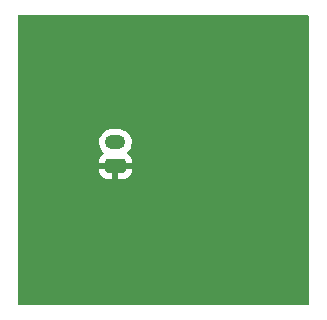
<source format=gbl>
G04 #@! TF.GenerationSoftware,KiCad,Pcbnew,7.0.9-7.0.9~ubuntu23.04.1*
G04 #@! TF.CreationDate,2024-01-10T16:35:43+00:00*
G04 #@! TF.ProjectId,test_project,74657374-5f70-4726-9f6a-6563742e6b69,rev?*
G04 #@! TF.SameCoordinates,Original*
G04 #@! TF.FileFunction,Copper,L4,Bot*
G04 #@! TF.FilePolarity,Positive*
%FSLAX46Y46*%
G04 Gerber Fmt 4.6, Leading zero omitted, Abs format (unit mm)*
G04 Created by KiCad (PCBNEW 7.0.9-7.0.9~ubuntu23.04.1) date 2024-01-10 16:35:43*
%MOMM*%
%LPD*%
G01*
G04 APERTURE LIST*
G04 #@! TA.AperFunction,ComponentPad*
%ADD10O,1.750000X1.200000*%
G04 #@! TD*
G04 APERTURE END LIST*
G04 #@! TA.AperFunction,ComponentPad*
G36*
G01*
X136261000Y-89992000D02*
X135011000Y-89992000D01*
G75*
G02*
X134761000Y-89742000I0J250000D01*
G01*
X134761000Y-89042000D01*
G75*
G02*
X135011000Y-88792000I250000J0D01*
G01*
X136261000Y-88792000D01*
G75*
G02*
X136511000Y-89042000I0J-250000D01*
G01*
X136511000Y-89742000D01*
G75*
G02*
X136261000Y-89992000I-250000J0D01*
G01*
G37*
G04 #@! TD.AperFunction*
D10*
X135636000Y-87392000D03*
G04 #@! TA.AperFunction,Conductor*
G36*
X151942539Y-76620185D02*
G01*
X151988294Y-76672989D01*
X151999500Y-76724500D01*
X151999500Y-101075500D01*
X151979815Y-101142539D01*
X151927011Y-101188294D01*
X151875500Y-101199500D01*
X127524500Y-101199500D01*
X127457461Y-101179815D01*
X127411706Y-101127011D01*
X127400500Y-101075500D01*
X127400500Y-87339401D01*
X134256746Y-87339401D01*
X134266745Y-87549327D01*
X134316296Y-87753578D01*
X134316298Y-87753582D01*
X134403598Y-87944743D01*
X134403601Y-87944748D01*
X134403602Y-87944750D01*
X134403604Y-87944753D01*
X134466627Y-88033256D01*
X134525515Y-88115953D01*
X134628456Y-88214107D01*
X134663391Y-88274616D01*
X134660066Y-88344406D01*
X134619538Y-88401321D01*
X134607983Y-88409388D01*
X134542659Y-88449680D01*
X134542655Y-88449683D01*
X134418684Y-88573654D01*
X134326643Y-88722875D01*
X134326641Y-88722880D01*
X134271494Y-88889302D01*
X134271493Y-88889309D01*
X134261000Y-88992013D01*
X134261000Y-89142000D01*
X135356440Y-89142000D01*
X135317722Y-89184059D01*
X135267449Y-89298670D01*
X135257114Y-89423395D01*
X135287837Y-89544719D01*
X135351394Y-89642000D01*
X134261001Y-89642000D01*
X134261001Y-89791986D01*
X134271494Y-89894697D01*
X134326641Y-90061119D01*
X134326643Y-90061124D01*
X134418684Y-90210345D01*
X134542654Y-90334315D01*
X134691875Y-90426356D01*
X134691880Y-90426358D01*
X134858302Y-90481505D01*
X134858309Y-90481506D01*
X134961019Y-90491999D01*
X135385999Y-90491999D01*
X135386000Y-90491998D01*
X135386000Y-89672617D01*
X135455052Y-89726363D01*
X135573424Y-89767000D01*
X135667073Y-89767000D01*
X135759446Y-89751586D01*
X135869514Y-89692019D01*
X135886000Y-89674110D01*
X135886000Y-90491999D01*
X136310972Y-90491999D01*
X136310986Y-90491998D01*
X136413697Y-90481505D01*
X136580119Y-90426358D01*
X136580124Y-90426356D01*
X136729345Y-90334315D01*
X136853315Y-90210345D01*
X136945356Y-90061124D01*
X136945358Y-90061119D01*
X137000505Y-89894697D01*
X137000506Y-89894690D01*
X137010999Y-89791986D01*
X137011000Y-89791973D01*
X137011000Y-89642000D01*
X135915560Y-89642000D01*
X135954278Y-89599941D01*
X136004551Y-89485330D01*
X136014886Y-89360605D01*
X135984163Y-89239281D01*
X135920606Y-89142000D01*
X137010999Y-89142000D01*
X137010999Y-88992028D01*
X137010998Y-88992013D01*
X137000505Y-88889302D01*
X136945358Y-88722880D01*
X136945356Y-88722875D01*
X136853315Y-88573654D01*
X136729344Y-88449683D01*
X136729340Y-88449680D01*
X136665841Y-88410513D01*
X136619116Y-88358565D01*
X136607895Y-88289603D01*
X136635738Y-88225521D01*
X136654289Y-88207503D01*
X136673882Y-88192095D01*
X136673881Y-88192095D01*
X136673886Y-88192092D01*
X136811519Y-88033256D01*
X136916604Y-87851244D01*
X136985344Y-87652633D01*
X137015254Y-87444602D01*
X137005254Y-87234670D01*
X136955704Y-87030424D01*
X136955701Y-87030417D01*
X136868401Y-86839256D01*
X136868398Y-86839251D01*
X136868397Y-86839250D01*
X136868396Y-86839247D01*
X136746486Y-86668048D01*
X136746484Y-86668046D01*
X136746479Y-86668040D01*
X136594379Y-86523014D01*
X136417574Y-86409388D01*
X136222455Y-86331274D01*
X136016086Y-86291500D01*
X136016085Y-86291500D01*
X135308575Y-86291500D01*
X135151782Y-86306472D01*
X135151778Y-86306473D01*
X134950127Y-86365683D01*
X134763313Y-86461991D01*
X134598116Y-86591905D01*
X134598112Y-86591909D01*
X134460478Y-86750746D01*
X134355398Y-86932750D01*
X134286656Y-87131365D01*
X134286656Y-87131367D01*
X134271804Y-87234670D01*
X134256746Y-87339401D01*
X127400500Y-87339401D01*
X127400500Y-76724500D01*
X127420185Y-76657461D01*
X127472989Y-76611706D01*
X127524500Y-76600500D01*
X151875500Y-76600500D01*
X151942539Y-76620185D01*
G37*
G04 #@! TD.AperFunction*
M02*

</source>
